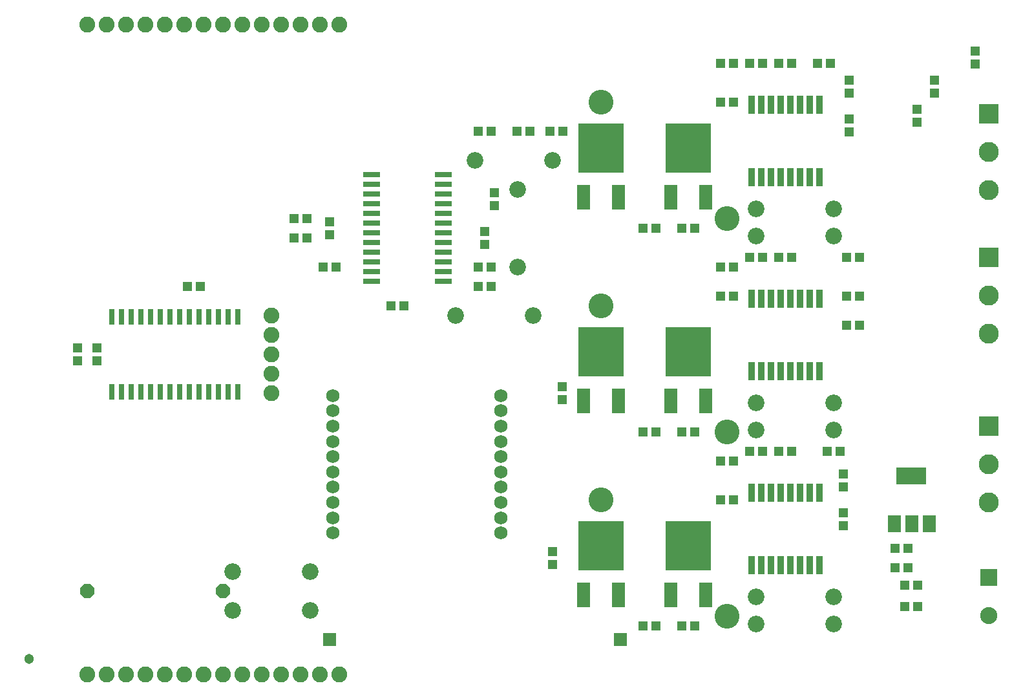
<source format=gts>
G75*
G70*
%OFA0B0*%
%FSLAX24Y24*%
%IPPOS*%
%LPD*%
%AMOC8*
5,1,8,0,0,1.08239X$1,22.5*
%
%ADD10C,0.0513*%
%ADD11R,0.0297X0.0848*%
%ADD12C,0.0820*%
%ADD13R,0.0513X0.0474*%
%ADD14R,0.0474X0.0513*%
%ADD15R,0.0860X0.0290*%
%ADD16C,0.0680*%
%ADD17R,0.0710X0.1261*%
%ADD18R,0.2360X0.2550*%
%ADD19C,0.0860*%
%ADD20R,0.0336X0.0966*%
%ADD21R,0.1030X0.1030*%
%ADD22C,0.1030*%
%ADD23R,0.0674X0.0674*%
%ADD24OC8,0.0720*%
%ADD25R,0.0880X0.0880*%
%ADD26C,0.0880*%
%ADD27R,0.0670X0.0870*%
%ADD28R,0.1580X0.0870*%
%ADD29C,0.1280*%
D10*
X000516Y002296D03*
D11*
X004766Y016067D03*
X005266Y016067D03*
X005766Y016067D03*
X006266Y016067D03*
X006766Y016067D03*
X007266Y016067D03*
X007766Y016067D03*
X008266Y016067D03*
X008766Y016067D03*
X009266Y016067D03*
X009766Y016067D03*
X010266Y016067D03*
X010766Y016067D03*
X011266Y016067D03*
X011266Y019925D03*
X010766Y019925D03*
X010266Y019925D03*
X009766Y019925D03*
X009266Y019925D03*
X008766Y019925D03*
X008266Y019925D03*
X007766Y019925D03*
X007266Y019925D03*
X006766Y019925D03*
X006266Y019925D03*
X005766Y019925D03*
X005266Y019925D03*
X004766Y019925D03*
D12*
X013016Y019996D03*
X013016Y018996D03*
X013016Y017996D03*
X013016Y016996D03*
X013016Y015996D03*
X013516Y001496D03*
X014516Y001496D03*
X015516Y001496D03*
X016516Y001496D03*
X012516Y001496D03*
X011516Y001496D03*
X010516Y001496D03*
X009516Y001496D03*
X008516Y001496D03*
X007516Y001496D03*
X006516Y001496D03*
X005516Y001496D03*
X004516Y001496D03*
X003516Y001496D03*
X003516Y034996D03*
X004516Y034996D03*
X005516Y034996D03*
X006516Y034996D03*
X007516Y034996D03*
X008516Y034996D03*
X009516Y034996D03*
X010516Y034996D03*
X011516Y034996D03*
X012516Y034996D03*
X013516Y034996D03*
X014516Y034996D03*
X015516Y034996D03*
X016516Y034996D03*
D13*
X023681Y029496D03*
X024350Y029496D03*
X024016Y024331D03*
X024016Y023662D03*
X024350Y022496D03*
X023681Y022496D03*
X019850Y020496D03*
X019181Y020496D03*
X016350Y022496D03*
X015681Y022496D03*
X016016Y024162D03*
X016016Y024831D03*
X009350Y021496D03*
X008681Y021496D03*
X003016Y018331D03*
X003016Y017662D03*
X027516Y007831D03*
X027516Y007162D03*
X036181Y010496D03*
X036850Y010496D03*
X041681Y012996D03*
X042350Y012996D03*
X045181Y007996D03*
X045850Y007996D03*
X045850Y006996D03*
X045181Y006996D03*
X045681Y006096D03*
X046350Y006096D03*
X046350Y004996D03*
X045681Y004996D03*
X028016Y015662D03*
X028016Y016331D03*
X036181Y020996D03*
X036850Y020996D03*
X042681Y020996D03*
X043350Y020996D03*
X043350Y019496D03*
X042681Y019496D03*
X042681Y022996D03*
X043350Y022996D03*
X046316Y029962D03*
X046316Y030631D03*
X047216Y031462D03*
X047216Y032131D03*
X049316Y032962D03*
X049316Y033631D03*
X041850Y032996D03*
X041181Y032996D03*
X036850Y030996D03*
X036181Y030996D03*
D14*
X036181Y032996D03*
X036850Y032996D03*
X037681Y032996D03*
X038350Y032996D03*
X039181Y032996D03*
X039850Y032996D03*
X042816Y032131D03*
X042816Y031462D03*
X042816Y030131D03*
X042816Y029462D03*
X034850Y024496D03*
X034181Y024496D03*
X032850Y024496D03*
X032181Y024496D03*
X036181Y022496D03*
X036850Y022496D03*
X037681Y022996D03*
X038350Y022996D03*
X039181Y022996D03*
X039850Y022996D03*
X028050Y029496D03*
X027381Y029496D03*
X026350Y029496D03*
X025681Y029496D03*
X024516Y026331D03*
X024516Y025662D03*
X024350Y021496D03*
X023681Y021496D03*
X014850Y023996D03*
X014181Y023996D03*
X014181Y024996D03*
X014850Y024996D03*
X004016Y018331D03*
X004016Y017662D03*
X032181Y013996D03*
X032850Y013996D03*
X034181Y013996D03*
X034850Y013996D03*
X036181Y012496D03*
X036850Y012496D03*
X037681Y012996D03*
X038350Y012996D03*
X039181Y012996D03*
X039850Y012996D03*
X042516Y011831D03*
X042516Y011162D03*
X042516Y009831D03*
X042516Y009162D03*
X034850Y003996D03*
X034181Y003996D03*
X032850Y003996D03*
X032181Y003996D03*
D15*
X021861Y021746D03*
X021861Y022246D03*
X021861Y022746D03*
X021861Y023246D03*
X021861Y023746D03*
X021861Y024246D03*
X021861Y024746D03*
X021861Y025246D03*
X021861Y025746D03*
X021861Y026246D03*
X021861Y026746D03*
X021861Y027246D03*
X018171Y027246D03*
X018171Y026746D03*
X018171Y026246D03*
X018171Y025746D03*
X018171Y025246D03*
X018171Y024746D03*
X018171Y024246D03*
X018171Y023746D03*
X018171Y023246D03*
X018171Y022746D03*
X018171Y022246D03*
X018171Y021746D03*
D16*
X016185Y015870D03*
X016185Y015083D03*
X016185Y014295D03*
X016185Y013508D03*
X016185Y012721D03*
X016185Y011933D03*
X016185Y011146D03*
X016185Y010358D03*
X016185Y009571D03*
X016185Y008784D03*
X024846Y008784D03*
X024846Y009571D03*
X024846Y010358D03*
X024846Y011146D03*
X024846Y011933D03*
X024846Y012721D03*
X024846Y013508D03*
X024846Y014295D03*
X024846Y015083D03*
X024846Y015870D03*
D17*
X029116Y015586D03*
X030916Y015586D03*
X033616Y015586D03*
X035416Y015586D03*
X035416Y005586D03*
X033616Y005586D03*
X030916Y005586D03*
X029116Y005586D03*
X029116Y026086D03*
X030916Y026086D03*
X033616Y026086D03*
X035416Y026086D03*
D18*
X034516Y028621D03*
X030016Y028621D03*
X030016Y018121D03*
X034516Y018121D03*
X034516Y008121D03*
X030016Y008121D03*
D19*
X038016Y005496D03*
X038016Y004096D03*
X042016Y004096D03*
X042016Y005496D03*
X042016Y014096D03*
X042016Y015496D03*
X038016Y015496D03*
X038016Y014096D03*
X026516Y019996D03*
X025716Y022496D03*
X022516Y019996D03*
X025716Y026496D03*
X027516Y027996D03*
X023516Y027996D03*
X038016Y025496D03*
X038016Y024096D03*
X042016Y024096D03*
X042016Y025496D03*
X015016Y006796D03*
X015016Y004796D03*
X011016Y004796D03*
X011016Y006796D03*
D20*
X037766Y007126D03*
X038266Y007126D03*
X038766Y007126D03*
X039266Y007126D03*
X039766Y007126D03*
X040266Y007126D03*
X040766Y007126D03*
X041266Y007126D03*
X041266Y010866D03*
X040766Y010866D03*
X040266Y010866D03*
X039766Y010866D03*
X039266Y010866D03*
X038766Y010866D03*
X038266Y010866D03*
X037766Y010866D03*
X037766Y017126D03*
X038266Y017126D03*
X038766Y017126D03*
X039266Y017126D03*
X039766Y017126D03*
X040266Y017126D03*
X040766Y017126D03*
X041266Y017126D03*
X041266Y020866D03*
X040766Y020866D03*
X040266Y020866D03*
X039766Y020866D03*
X039266Y020866D03*
X038766Y020866D03*
X038266Y020866D03*
X037766Y020866D03*
X037766Y027126D03*
X038266Y027126D03*
X038766Y027126D03*
X039266Y027126D03*
X039766Y027126D03*
X040266Y027126D03*
X040766Y027126D03*
X041266Y027126D03*
X041266Y030866D03*
X040766Y030866D03*
X040266Y030866D03*
X039766Y030866D03*
X039266Y030866D03*
X038766Y030866D03*
X038266Y030866D03*
X037766Y030866D03*
D21*
X050016Y030396D03*
X050016Y022996D03*
X050016Y014296D03*
D22*
X050016Y012328D03*
X050016Y010359D03*
X050016Y019059D03*
X050016Y021028D03*
X050016Y026459D03*
X050016Y028428D03*
D23*
X031016Y003296D03*
X016016Y003296D03*
D24*
X010516Y005796D03*
X003516Y005796D03*
D25*
X050016Y006496D03*
D26*
X050016Y004528D03*
D27*
X046926Y009256D03*
X046026Y009256D03*
X045126Y009256D03*
D28*
X046016Y011736D03*
D29*
X036516Y013996D03*
X030016Y010496D03*
X036516Y004496D03*
X030016Y020496D03*
X036516Y024996D03*
X030016Y030996D03*
M02*

</source>
